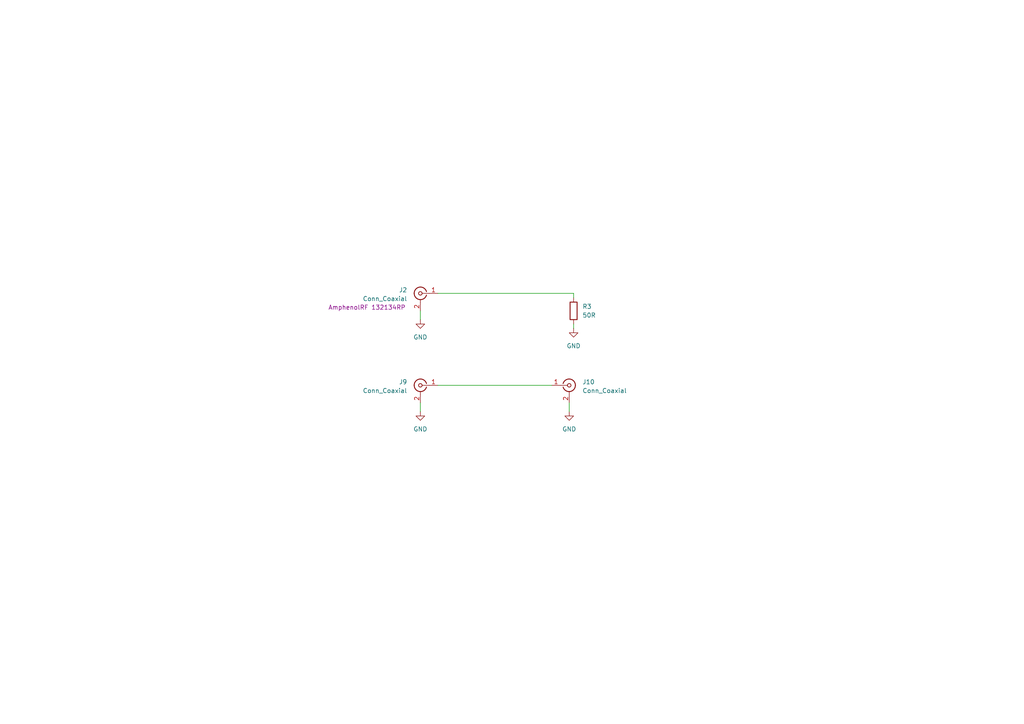
<source format=kicad_sch>
(kicad_sch (version 20250114) (generator "eeschema") (generator_version "9.0")
  (paper "A4")
  (title_block (title "\"Key\" - TL Characterization Test Board") (date "2026-02-01") (rev "B") (company "GHM") (comment 1 "Vendor: JLC PCB, Stackup JLC04161H-7628, $7") (comment 2 "Standard PCB process. 50R impedance control."))
  (lib_symbols
    (symbol "Connector:Conn_Coaxial" (pin_names (offset 1.016) (hide yes))
      (property "Reference" "J" (at 0.254 3.048 0))
      (property "Value" "Conn_Coaxial" (at 2.921 0 90))
      (symbol "Conn_Coaxial_0_1"
        (polyline (pts (xy -2.54 0) (xy -0.508 0)))
        (arc (start 1.778 0) (mid 0.222 -1.8079) (end -1.778 -0.508) (stroke (width 0.254)))
        (arc (start -1.778 0.508) (mid 0.2221 1.8084) (end 1.778 0) (stroke (width 0.254)))
        (circle (center 0 0) (radius 0.508) (stroke (width 0.2032)))
        (polyline (pts (xy 0 -2.54) (xy 0 -1.778)))
      )
      (symbol "Conn_Coaxial_1_1"
        (pin passive line (at -5.08 0 0) (length 2.54) (name "In") (number "1"))
        (pin passive line (at 0 -5.08 90) (length 2.54) (name "Ext") (number "2"))
      )
    )
    (symbol "Device:R" (pin_numbers (hide yes)) (pin_names (offset 0))
      (property "Reference" "R" (at 2.032 0 90))
      (property "Value" "R" (at 0 0 90))
      (symbol "R_0_1"
        (rectangle (start -1.016 -2.54) (end 1.016 2.54) (stroke (width 0.254)))
      )
      (symbol "R_1_1"
        (pin passive line (at 0 3.81 270) (length 1.27) (name "~") (number "1"))
        (pin passive line (at 0 -3.81 90) (length 1.27) (name "~") (number "2"))
      )
    )
    (symbol "power:GND" (power) (pin_numbers (hide yes)) (pin_names (offset 0) (hide yes))
      (property "Value" "GND" (at 0 -3.81 0))
      (symbol "GND_0_1"
        (polyline (pts (xy 0 0) (xy 0 -1.27) (xy 1.27 -1.27) (xy 0 -2.54) (xy -1.27 -1.27) (xy 0 -1.27)))
      )
      (symbol "GND_1_1"
        (pin power_in line (at 0 0 270) (length 0) (name "~") (number "1"))
      )
    )
  )
  (wire (pts (xy 121.92 116.84) (xy 121.92 119.38)))
  (wire (pts (xy 166.37 85.09) (xy 166.37 86.36)))
  (wire (pts (xy 166.37 93.98) (xy 166.37 95.25)))
  (wire (pts (xy 127 85.09) (xy 166.37 85.09)))
  (wire (pts (xy 165.1 116.84) (xy 165.1 119.38)))
  (wire (pts (xy 127 111.76) (xy 160.02 111.76)))
  (wire (pts (xy 121.92 90.17) (xy 121.92 92.71)))
  (symbol (lib_id "power:GND") (at 121.92 119.38 0) (unit 1)
    (property "Reference" "#PWR013" (effects (hide yes)))
    (property "Value" "GND" (at 121.92 124.46 0))
    (property "Description" "Power symbol creates a global label with name \"GND\" , ground" (effects (hide yes)))
  )
  (symbol (lib_id "Connector:Conn_Coaxial") (at 121.92 85.09 0) (mirror y) (unit 1) (exclude_from_sim yes)
    (property "Reference" "J2" (at 118.11 84.1131 0) (effects (justify left)))
    (property "Value" "Conn_Coaxial" (at 118.11 86.6531 0) (effects (justify left)))
    (property "Footprint" "Library:SMA" (effects (hide yes)))
    (property "Datasheet" "https://www.digikey.com/en/products/detail/amphenol-rf/132134RP/1011908" (effects (hide yes)))
    (property "Description" "AmphenolRF 132134RP" (at 106.426 89.154 0))
  )
  (symbol (lib_id "Device:R") (at 166.37 90.17 0) (unit 1)
    (property "Reference" "R3" (at 168.91 88.8999 0) (effects (justify left)))
    (property "Value" "50R" (at 168.91 91.4399 0) (effects (justify left)))
    (property "Footprint" "Resistor_SMD:R_0603_1608Metric" (effects (hide yes)))
    (property "Description" "Resistor" (effects (hide yes)))
  )
  (symbol (lib_id "power:GND") (at 121.92 92.71 0) (unit 1)
    (property "Reference" "#PWR011" (effects (hide yes)))
    (property "Value" "GND" (at 121.92 97.79 0))
    (property "Description" "Power symbol creates a global label with name \"GND\" , ground" (effects (hide yes)))
  )
  (symbol (lib_id "power:GND") (at 166.37 95.25 0) (unit 1)
    (property "Reference" "#PWR012" (effects (hide yes)))
    (property "Value" "GND" (at 166.37 100.33 0))
    (property "Description" "Power symbol creates a global label with name \"GND\" , ground" (effects (hide yes)))
  )
  (symbol (lib_id "power:GND") (at 165.1 119.38 0) (unit 1)
    (property "Reference" "#PWR014" (effects (hide yes)))
    (property "Value" "GND" (at 165.1 124.46 0))
    (property "Description" "Power symbol creates a global label with name \"GND\" , ground" (effects (hide yes)))
  )
  (symbol (lib_id "Connector:Conn_Coaxial") (at 121.92 111.76 0) (mirror y) (unit 1) (exclude_from_sim yes)
    (property "Reference" "J9" (at 118.11 110.7831 0) (effects (justify left)))
    (property "Value" "Conn_Coaxial" (at 118.11 113.3231 0) (effects (justify left)))
    (property "Footprint" "Library:SMA" (effects (hide yes)))
    (property "Datasheet" "https://www.digikey.com/en/products/detail/amphenol-rf/132134RP/1011908" (effects (hide yes)))
    (property "Description" "AmphenolRF 132134RP" (effects (hide yes)))
  )
  (symbol (lib_id "Connector:Conn_Coaxial") (at 165.1 111.76 0) (unit 1) (exclude_from_sim yes)
    (property "Reference" "J10" (at 168.91 110.7831 0) (effects (justify left)))
    (property "Value" "Conn_Coaxial" (at 168.91 113.3231 0) (effects (justify left)))
    (property "Footprint" "Library:SMA" (effects (hide yes)))
    (property "Datasheet" "https://www.digikey.com/en/products/detail/amphenol-rf/132134RP/1011908" (effects (hide yes)))
    (property "Description" "AmphenolRF 132134RP" (effects (hide yes)))
  )
)
</source>
